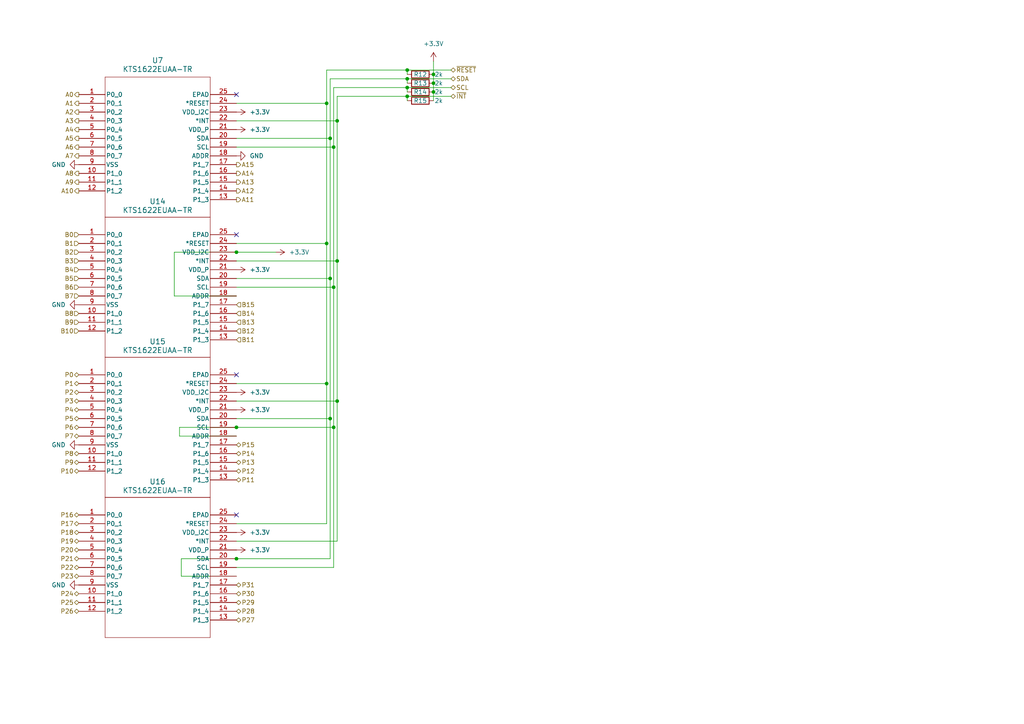
<source format=kicad_sch>
(kicad_sch (version 20230121) (generator eeschema)
  (paper "A4")
  (lib_symbols
    (symbol "2024-01-12_19-20-25:KTS1622EUAA-TR" (pin_names (offset 0.254))
      (property "Reference" "U" (at 22.86 10.16 0))
      (property "Value" "KTS1622EUAA-TR" (at 22.86 7.62 0))
      (symbol "KTS1622EUAA-TR_0_1"
        (polyline (pts (xy 7.62 -35.56) (xy 38.1 -35.56)) (stroke (width 0.127)))
        (polyline (pts (xy 7.62 5.08) (xy 7.62 -35.56)) (stroke (width 0.127)))
        (polyline (pts (xy 38.1 -35.56) (xy 38.1 5.08)) (stroke (width 0.127)))
        (polyline (pts (xy 38.1 5.08) (xy 7.62 5.08)) (stroke (width 0.127)))
        (pin bidirectional line (at 0 0 0) (length 7.62) (name "P0_0") (number "1"))
        (pin bidirectional line (at 0 -22.86 0) (length 7.62) (name "P1_0") (number "10"))
        (pin bidirectional line (at 0 -25.4 0) (length 7.62) (name "P1_1") (number "11"))
        (pin bidirectional line (at 0 -27.94 0) (length 7.62) (name "P1_2") (number "12"))
        (pin bidirectional line (at 45.72 -30.48 180) (length 7.62) (name "P1_3") (number "13"))
        (pin bidirectional line (at 45.72 -27.94 180) (length 7.62) (name "P1_4") (number "14"))
        (pin bidirectional line (at 45.72 -25.4 180) (length 7.62) (name "P1_5") (number "15"))
        (pin bidirectional line (at 45.72 -22.86 180) (length 7.62) (name "P1_6") (number "16"))
        (pin bidirectional line (at 45.72 -20.32 180) (length 7.62) (name "P1_7") (number "17"))
        (pin input line (at 45.72 -17.78 180) (length 7.62) (name "ADDR") (number "18"))
        (pin input line (at 45.72 -15.24 180) (length 7.62) (name "SCL") (number "19"))
        (pin bidirectional line (at 0 -2.54 0) (length 7.62) (name "P0_1") (number "2"))
        (pin bidirectional line (at 45.72 -12.7 180) (length 7.62) (name "SDA") (number "20"))
        (pin power_in line (at 45.72 -10.16 180) (length 7.62) (name "VDD_P") (number "21"))
        (pin input line (at 45.72 -7.62 180) (length 7.62) (name "*INT") (number "22"))
        (pin power_in line (at 45.72 -5.08 180) (length 7.62) (name "VDD_I2C") (number "23"))
        (pin input line (at 45.72 -2.54 180) (length 7.62) (name "*RESET") (number "24"))
        (pin unspecified line (at 45.72 0 180) (length 7.62) (name "EPAD") (number "25"))
        (pin bidirectional line (at 0 -5.08 0) (length 7.62) (name "P0_2") (number "3"))
        (pin bidirectional line (at 0 -7.62 0) (length 7.62) (name "P0_3") (number "4"))
        (pin bidirectional line (at 0 -10.16 0) (length 7.62) (name "P0_4") (number "5"))
        (pin bidirectional line (at 0 -12.7 0) (length 7.62) (name "P0_5") (number "6"))
        (pin bidirectional line (at 0 -15.24 0) (length 7.62) (name "P0_6") (number "7"))
        (pin bidirectional line (at 0 -17.78 0) (length 7.62) (name "P0_7") (number "8"))
        (pin power_out line (at 0 -20.32 0) (length 7.62) (name "VSS") (number "9"))
      )
    )
    (symbol "Device:R" (pin_numbers hide) (pin_names (offset 0))
      (property "Reference" "R" (at 2.032 0 90))
      (property "Value" "R" (at 0 0 90))
      (symbol "R_0_1"
        (rectangle (start -1.016 -2.54) (end 1.016 2.54) (stroke (width 0.254)))
      )
      (symbol "R_1_1"
        (pin passive line (at 0 3.81 270) (length 1.27) (name "~") (number "1"))
        (pin passive line (at 0 -3.81 90) (length 1.27) (name "~") (number "2"))
      )
    )
    (symbol "power:+3.3V" (power) (pin_names (offset 0))
      (property "Value" "+3.3V" (at 0 3.556 0))
      (symbol "+3.3V_0_1"
        (polyline (pts (xy -0.762 1.27) (xy 0 2.54)))
        (polyline (pts (xy 0 0) (xy 0 2.54)))
        (polyline (pts (xy 0 2.54) (xy 0.762 1.27)))
      )
      (symbol "+3.3V_1_1"
        (pin power_in line (at 0 0 90) (length 0) hide (name "+3.3V") (number "1"))
      )
    )
    (symbol "power:GND" (power) (pin_names (offset 0))
      (property "Value" "GND" (at 0 -3.81 0))
      (symbol "GND_0_1"
        (polyline (pts (xy 0 0) (xy 0 -1.27) (xy 1.27 -1.27) (xy 0 -2.54) (xy -1.27 -1.27) (xy 0 -1.27)))
      )
      (symbol "GND_1_1"
        (pin power_in line (at 0 0 270) (length 0) hide (name "GND") (number "1"))
      )
    )
  )
  (junction (at 94.742 70.612))
  (junction (at 118.11 27.94))
  (junction (at 96.774 42.672))
  (junction (at 68.58 73.152))
  (junction (at 118.11 25.4))
  (junction (at 97.79 75.692))
  (junction (at 97.79 35.052))
  (junction (at 96.774 123.952))
  (junction (at 95.758 80.772))
  (junction (at 94.742 29.972))
  (junction (at 97.79 116.332))
  (junction (at 118.11 22.86))
  (junction (at 68.58 162.052))
  (junction (at 68.58 123.952))
  (junction (at 95.758 40.132))
  (junction (at 96.774 83.312))
  (junction (at 125.73 21.59))
  (junction (at 125.73 26.67))
  (junction (at 125.73 24.13))
  (junction (at 118.11 20.32))
  (junction (at 95.758 121.412))
  (junction (at 94.742 111.252))
  (no_connect (at 68.58 27.432))
  (no_connect (at 68.58 149.352))
  (no_connect (at 68.58 68.072))
  (no_connect (at 68.58 108.712))
  (wire (pts (xy 94.742 111.252) (xy 94.742 151.892)))
  (wire (pts (xy 68.58 83.312) (xy 96.774 83.312)))
  (wire (pts (xy 94.742 20.32) (xy 118.11 20.32)))
  (wire (pts (xy 118.11 22.86) (xy 130.81 22.86)))
  (wire (pts (xy 94.742 70.612) (xy 94.742 111.252)))
  (wire (pts (xy 68.58 167.132) (xy 52.578 167.132)))
  (wire (pts (xy 68.58 75.692) (xy 97.79 75.692)))
  (wire (pts (xy 95.758 40.132) (xy 95.758 80.772)))
  (wire (pts (xy 118.11 20.32) (xy 130.81 20.32)))
  (wire (pts (xy 125.73 24.13) (xy 125.73 26.67)))
  (wire (pts (xy 68.58 80.772) (xy 95.758 80.772)))
  (wire (pts (xy 97.79 75.692) (xy 97.79 116.332)))
  (wire (pts (xy 68.58 73.152) (xy 80.01 73.152)))
  (wire (pts (xy 68.58 121.412) (xy 95.758 121.412)))
  (wire (pts (xy 118.11 22.86) (xy 118.11 24.13)))
  (wire (pts (xy 52.07 123.952) (xy 52.07 126.492)))
  (wire (pts (xy 97.79 116.332) (xy 97.79 156.972)))
  (wire (pts (xy 68.58 70.612) (xy 94.742 70.612)))
  (wire (pts (xy 97.79 35.052) (xy 97.79 75.692)))
  (wire (pts (xy 94.742 20.32) (xy 94.742 29.972)))
  (wire (pts (xy 52.578 167.132) (xy 52.578 162.052)))
  (wire (pts (xy 95.758 22.86) (xy 118.11 22.86)))
  (wire (pts (xy 95.758 121.412) (xy 95.758 162.052)))
  (wire (pts (xy 125.73 26.67) (xy 125.73 29.21)))
  (wire (pts (xy 68.58 123.952) (xy 96.774 123.952)))
  (wire (pts (xy 118.11 27.94) (xy 118.11 29.21)))
  (wire (pts (xy 50.546 73.152) (xy 50.546 85.852)))
  (wire (pts (xy 96.774 83.312) (xy 96.774 123.952)))
  (wire (pts (xy 68.58 116.332) (xy 97.79 116.332)))
  (wire (pts (xy 68.58 40.132) (xy 95.758 40.132)))
  (wire (pts (xy 96.774 123.952) (xy 96.774 164.592)))
  (wire (pts (xy 97.79 27.94) (xy 118.11 27.94)))
  (wire (pts (xy 118.11 25.4) (xy 130.81 25.4)))
  (wire (pts (xy 96.774 25.4) (xy 118.11 25.4)))
  (wire (pts (xy 94.742 29.972) (xy 94.742 70.612)))
  (wire (pts (xy 68.58 42.672) (xy 96.774 42.672)))
  (wire (pts (xy 68.58 164.592) (xy 96.774 164.592)))
  (wire (pts (xy 52.578 162.052) (xy 68.58 162.052)))
  (wire (pts (xy 118.11 27.94) (xy 130.81 27.94)))
  (wire (pts (xy 52.07 123.952) (xy 68.58 123.952)))
  (wire (pts (xy 68.58 151.892) (xy 94.742 151.892)))
  (wire (pts (xy 52.07 126.492) (xy 68.58 126.492)))
  (wire (pts (xy 96.774 42.672) (xy 96.774 83.312)))
  (wire (pts (xy 68.58 29.972) (xy 94.742 29.972)))
  (wire (pts (xy 95.758 80.772) (xy 95.758 121.412)))
  (wire (pts (xy 68.58 35.052) (xy 97.79 35.052)))
  (wire (pts (xy 95.758 22.86) (xy 95.758 40.132)))
  (wire (pts (xy 68.58 162.052) (xy 95.758 162.052)))
  (wire (pts (xy 96.774 25.4) (xy 96.774 42.672)))
  (wire (pts (xy 118.11 25.4) (xy 118.11 26.67)))
  (wire (pts (xy 68.58 111.252) (xy 94.742 111.252)))
  (wire (pts (xy 125.73 21.59) (xy 125.73 24.13)))
  (wire (pts (xy 125.73 17.78) (xy 125.73 21.59)))
  (wire (pts (xy 68.58 156.972) (xy 97.79 156.972)))
  (wire (pts (xy 50.546 73.152) (xy 68.58 73.152)))
  (wire (pts (xy 118.11 20.32) (xy 118.11 21.59)))
  (wire (pts (xy 97.79 27.94) (xy 97.79 35.052)))
  (wire (pts (xy 68.58 85.852) (xy 50.546 85.852)))
  (hierarchical_label "A14" (shape output) (at 68.58 50.292 0))
  (hierarchical_label "P4" (shape bidirectional) (at 22.86 118.872 180))
  (hierarchical_label "P11" (shape bidirectional) (at 68.58 139.192 0))
  (hierarchical_label "P14" (shape bidirectional) (at 68.58 131.572 0))
  (hierarchical_label "B5" (shape input) (at 22.86 80.772 180))
  (hierarchical_label "A4" (shape output) (at 22.86 37.592 180))
  (hierarchical_label "P7" (shape bidirectional) (at 22.86 126.492 180))
  (hierarchical_label "P23" (shape bidirectional) (at 22.86 167.132 180))
  (hierarchical_label "B9" (shape input) (at 22.86 93.472 180))
  (hierarchical_label "B12" (shape input) (at 68.58 96.012 0))
  (hierarchical_label "P28" (shape bidirectional) (at 68.58 177.292 0))
  (hierarchical_label "B15" (shape input) (at 68.58 88.392 0))
  (hierarchical_label "P8" (shape bidirectional) (at 22.86 131.572 180))
  (hierarchical_label "B2" (shape input) (at 22.86 73.152 180))
  (hierarchical_label "A0" (shape output) (at 22.86 27.432 180))
  (hierarchical_label "B3" (shape input) (at 22.86 75.692 180))
  (hierarchical_label "B1" (shape input) (at 22.86 70.612 180))
  (hierarchical_label "B4" (shape input) (at 22.86 78.232 180))
  (hierarchical_label "P24" (shape bidirectional) (at 22.86 172.212 180))
  (hierarchical_label "A13" (shape output) (at 68.58 52.832 0))
  (hierarchical_label "P6" (shape bidirectional) (at 22.86 123.952 180))
  (hierarchical_label "P15" (shape bidirectional) (at 68.58 129.032 0))
  (hierarchical_label "P5" (shape bidirectional) (at 22.86 121.412 180))
  (hierarchical_label "P17" (shape bidirectional) (at 22.86 151.892 180))
  (hierarchical_label "P19" (shape bidirectional) (at 22.86 156.972 180))
  (hierarchical_label "P3" (shape bidirectional) (at 22.86 116.332 180))
  (hierarchical_label "A5" (shape output) (at 22.86 40.132 180))
  (hierarchical_label "P25" (shape bidirectional) (at 22.86 174.752 180))
  (hierarchical_label "A8" (shape output) (at 22.86 50.292 180))
  (hierarchical_label "B10" (shape input) (at 22.86 96.012 180))
  (hierarchical_label "P22" (shape bidirectional) (at 22.86 164.592 180))
  (hierarchical_label "B13" (shape input) (at 68.58 93.472 0))
  (hierarchical_label "P13" (shape bidirectional) (at 68.58 134.112 0))
  (hierarchical_label "~{INT}" (shape bidirectional) (at 130.81 27.94 0))
  (hierarchical_label "B0" (shape input) (at 22.86 68.072 180))
  (hierarchical_label "A12" (shape output) (at 68.58 55.372 0))
  (hierarchical_label "A10" (shape output) (at 22.86 55.372 180))
  (hierarchical_label "P27" (shape bidirectional) (at 68.58 179.832 0))
  (hierarchical_label "P12" (shape bidirectional) (at 68.58 136.652 0))
  (hierarchical_label "SDA" (shape bidirectional) (at 130.81 22.86 0))
  (hierarchical_label "P26" (shape bidirectional) (at 22.86 177.292 180))
  (hierarchical_label "P0" (shape bidirectional) (at 22.86 108.712 180))
  (hierarchical_label "P18" (shape bidirectional) (at 22.86 154.432 180))
  (hierarchical_label "SCL" (shape bidirectional) (at 130.81 25.4 0))
  (hierarchical_label "A15" (shape output) (at 68.58 47.752 0))
  (hierarchical_label "A2" (shape output) (at 22.86 32.512 180))
  (hierarchical_label "A3" (shape output) (at 22.86 35.052 180))
  (hierarchical_label "P10" (shape bidirectional) (at 22.86 136.652 180))
  (hierarchical_label "P9" (shape bidirectional) (at 22.86 134.112 180))
  (hierarchical_label "A11" (shape output) (at 68.58 57.912 0))
  (hierarchical_label "~{RESET}" (shape bidirectional) (at 130.81 20.32 0))
  (hierarchical_label "P31" (shape bidirectional) (at 68.58 169.672 0))
  (hierarchical_label "P29" (shape bidirectional) (at 68.58 174.752 0))
  (hierarchical_label "A6" (shape output) (at 22.86 42.672 180))
  (hierarchical_label "P2" (shape bidirectional) (at 22.86 113.792 180))
  (hierarchical_label "P30" (shape bidirectional) (at 68.58 172.212 0))
  (hierarchical_label "B7" (shape input) (at 22.86 85.852 180))
  (hierarchical_label "A9" (shape output) (at 22.86 52.832 180))
  (hierarchical_label "B14" (shape input) (at 68.58 90.932 0))
  (hierarchical_label "B6" (shape input) (at 22.86 83.312 180))
  (hierarchical_label "P16" (shape bidirectional) (at 22.86 149.352 180))
  (hierarchical_label "B8" (shape input) (at 22.86 90.932 180))
  (hierarchical_label "P20" (shape bidirectional) (at 22.86 159.512 180))
  (hierarchical_label "B11" (shape input) (at 68.58 98.552 0))
  (hierarchical_label "P21" (shape bidirectional) (at 22.86 162.052 180))
  (hierarchical_label "P1" (shape bidirectional) (at 22.86 111.252 180))
  (hierarchical_label "A1" (shape output) (at 22.86 29.972 180))
  (hierarchical_label "A7" (shape output) (at 22.86 45.212 180))
  (symbol (lib_id "power:GND") (at 22.86 88.392 270) (unit 1)
    (property "Reference" "#PWR052" (effects hide))
    (property "Value" "GND" (at 19.0303 88.392 90) (effects (justify right)))
  )
  (symbol (lib_id "Device:R") (at 121.92 21.59 90) (unit 1)
    (property "Reference" "R12" (at 121.92 21.59 90))
    (property "Value" "2k" (at 127.254 21.59 90))
    (property "Footprint" "Resistor_SMD:R_1206_3216Metric" (effects hide))
  )
  (symbol (lib_id "power:GND") (at 22.86 129.032 270) (unit 1)
    (property "Reference" "#PWR053" (effects hide))
    (property "Value" "GND" (at 19.0303 129.032 90) (effects (justify right)))
  )
  (symbol (lib_id "Device:R") (at 121.92 26.67 90) (unit 1)
    (property "Reference" "R14" (at 121.92 26.67 90))
    (property "Value" "2k" (at 127.254 26.67 90))
    (property "Footprint" "Resistor_SMD:R_1206_3216Metric" (effects hide))
  )
  (symbol (lib_id "power:+3.3V") (at 80.01 73.152 270) (unit 1)
    (property "Reference" "#PWR058" (effects hide))
    (property "Value" "+3.3V" (at 83.82 73.152 90) (effects (justify left)))
  )
  (symbol (lib_id "2024-01-12_19-20-25:KTS1622EUAA-TR") (at 22.86 27.432 0) (unit 1)
    (property "Reference" "U7" (at 45.72 17.526 0) (effects (font (size 1.524 1.524))))
    (property "Value" "KTS1622EUAA-TR" (at 45.72 20.066 0) (effects (font (size 1.524 1.524))))
    (property "Footprint" "footprints:TQFN44-24_KIN" (effects hide))
    (property "Datasheet" "KTS1622EUAA-TR" (effects hide))
  )
  (symbol (lib_id "power:GND") (at 68.58 45.212 90) (unit 1)
    (property "Reference" "#PWR055" (effects hide))
    (property "Value" "GND" (at 72.39 45.212 90) (effects (justify right)))
  )
  (symbol (lib_id "power:+3.3V") (at 68.58 78.232 270) (unit 1)
    (property "Reference" "#PWR063" (effects hide))
    (property "Value" "+3.3V" (at 72.39 78.232 90) (effects (justify left)))
  )
  (symbol (lib_id "power:+3.3V") (at 68.58 32.512 270) (unit 1)
    (property "Reference" "#PWR056" (effects hide))
    (property "Value" "+3.3V" (at 72.39 32.512 90) (effects (justify left)))
  )
  (symbol (lib_id "2024-01-12_19-20-25:KTS1622EUAA-TR") (at 22.86 108.712 0) (unit 1)
    (property "Reference" "U15" (at 45.72 99.06 0) (effects (font (size 1.524 1.524))))
    (property "Value" "KTS1622EUAA-TR" (at 45.72 101.6 0) (effects (font (size 1.524 1.524))))
    (property "Footprint" "footprints:TQFN44-24_KIN" (effects hide))
    (property "Datasheet" "KTS1622EUAA-TR" (effects hide))
  )
  (symbol (lib_id "Device:R") (at 121.92 24.13 90) (unit 1)
    (property "Reference" "R13" (at 121.92 24.13 90))
    (property "Value" "2k" (at 127.254 24.13 90))
    (property "Footprint" "Resistor_SMD:R_1206_3216Metric" (effects hide))
  )
  (symbol (lib_id "Device:R") (at 121.92 29.21 90) (unit 1)
    (property "Reference" "R15" (at 121.92 29.21 90))
    (property "Value" "2k" (at 127.254 29.21 90))
    (property "Footprint" "Resistor_SMD:R_1206_3216Metric" (effects hide))
  )
  (symbol (lib_id "power:+3.3V") (at 68.58 37.592 270) (unit 1)
    (property "Reference" "#PWR057" (effects hide))
    (property "Value" "+3.3V" (at 72.39 37.592 90) (effects (justify left)))
  )
  (symbol (lib_id "power:+3.3V") (at 125.73 17.78 0) (unit 1)
    (property "Reference" "#PWR064" (effects hide))
    (property "Value" "+3.3V" (at 125.73 12.7 0))
  )
  (symbol (lib_id "2024-01-12_19-20-25:KTS1622EUAA-TR") (at 22.86 68.072 0) (unit 1)
    (property "Reference" "U14" (at 45.72 58.42 0) (effects (font (size 1.524 1.524))))
    (property "Value" "KTS1622EUAA-TR" (at 45.72 60.96 0) (effects (font (size 1.524 1.524))))
    (property "Footprint" "footprints:TQFN44-24_KIN" (effects hide))
    (property "Datasheet" "KTS1622EUAA-TR" (effects hide))
  )
  (symbol (lib_id "power:+3.3V") (at 68.58 159.512 270) (unit 1)
    (property "Reference" "#PWR059" (effects hide))
    (property "Value" "+3.3V" (at 72.39 159.512 90) (effects (justify left)))
  )
  (symbol (lib_id "power:GND") (at 22.86 169.672 270) (unit 1)
    (property "Reference" "#PWR054" (effects hide))
    (property "Value" "GND" (at 19.0303 169.672 90) (effects (justify right)))
  )
  (symbol (lib_id "power:+3.3V") (at 68.58 154.432 270) (unit 1)
    (property "Reference" "#PWR060" (effects hide))
    (property "Value" "+3.3V" (at 72.39 154.432 90) (effects (justify left)))
  )
  (symbol (lib_id "power:GND") (at 22.86 47.752 270) (unit 1)
    (property "Reference" "#PWR051" (effects hide))
    (property "Value" "GND" (at 19.05 47.752 90) (effects (justify right)))
  )
  (symbol (lib_id "power:+3.3V") (at 68.58 113.792 270) (unit 1)
    (property "Reference" "#PWR062" (effects hide))
    (property "Value" "+3.3V" (at 72.39 113.792 90) (effects (justify left)))
  )
  (symbol (lib_id "2024-01-12_19-20-25:KTS1622EUAA-TR") (at 22.86 149.352 0) (unit 1)
    (property "Reference" "U16" (at 45.72 139.7 0) (effects (font (size 1.524 1.524))))
    (property "Value" "KTS1622EUAA-TR" (at 45.72 142.24 0) (effects (font (size 1.524 1.524))))
    (property "Footprint" "footprints:TQFN44-24_KIN" (effects hide))
    (property "Datasheet" "KTS1622EUAA-TR" (effects hide))
  )
  (symbol (lib_id "power:+3.3V") (at 68.58 118.872 270) (unit 1)
    (property "Reference" "#PWR061" (effects hide))
    (property "Value" "+3.3V" (at 72.39 118.872 90) (effects (justify left)))
  )
)
</source>
